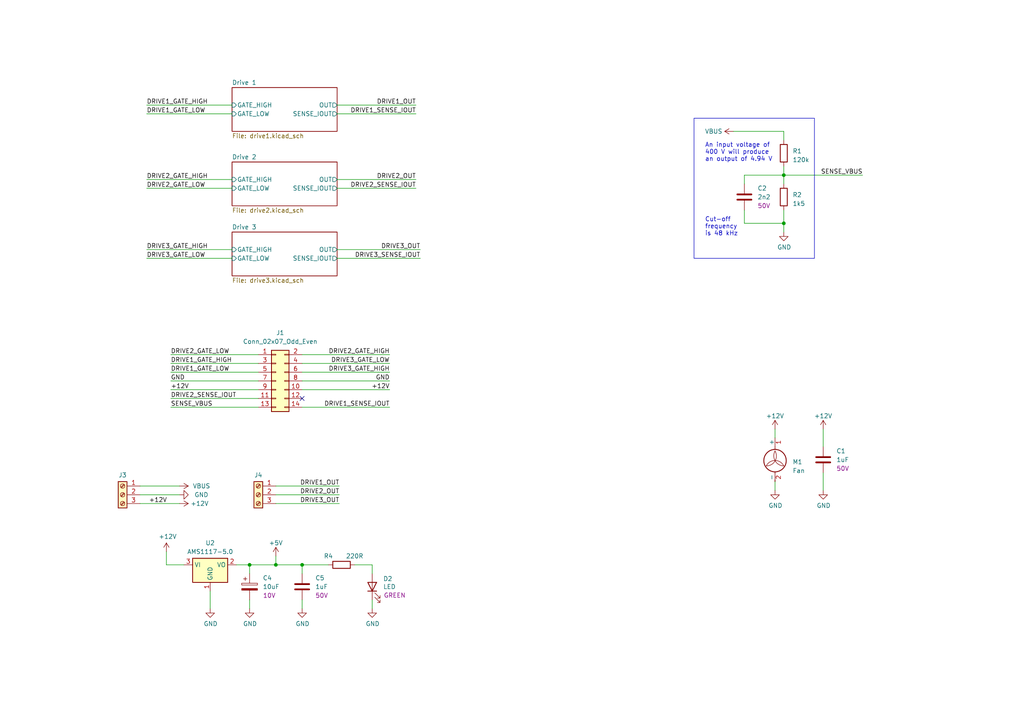
<source format=kicad_sch>
(kicad_sch (version 20230121) (generator eeschema)
  (paper "A4")
  (title_block (title "POWER INVERTER") (rev "REV1") (company "INSTITUTO TECNOLOGICO DE AERONAUTICA - ITA") (comment 1 "PROF. JOSE ROBERTO COLOMBO JUNIOR"))
  (lib_symbols
    (symbol "Connector:Screw_Terminal_01x03" (pin_names (offset 1.016) hide)
      (property "Reference" "J" (at 0 5.08 0))
      (property "Value" "Screw_Terminal_01x03" (at 0 -5.08 0))
      (symbol "Screw_Terminal_01x03_1_1"
        (rectangle (start -1.27 3.81) (end 1.27 -3.81) (stroke (width 0.254)) (fill (type background)))
        (circle (center 0 -2.54) (radius 0.635) (stroke (width 0.1524)))
        (polyline (pts (xy -0.5334 -2.2098) (xy 0.3302 -3.048)) (stroke (width 0.1524)))
        (polyline (pts (xy -0.5334 0.3302) (xy 0.3302 -0.508)) (stroke (width 0.1524)))
        (polyline (pts (xy -0.5334 2.8702) (xy 0.3302 2.032)) (stroke (width 0.1524)))
        (polyline (pts (xy -0.3556 -2.032) (xy 0.508 -2.8702)) (stroke (width 0.1524)))
        (polyline (pts (xy -0.3556 0.508) (xy 0.508 -0.3302)) (stroke (width 0.1524)))
        (polyline (pts (xy -0.3556 3.048) (xy 0.508 2.2098)) (stroke (width 0.1524)))
        (circle (center 0 0) (radius 0.635) (stroke (width 0.1524)))
        (circle (center 0 2.54) (radius 0.635) (stroke (width 0.1524)))
        (pin passive line (at -5.08 2.54 0) (length 3.81) (name "Pin_1") (number "1"))
        (pin passive line (at -5.08 0 0) (length 3.81) (name "Pin_2") (number "2"))
        (pin passive line (at -5.08 -2.54 0) (length 3.81) (name "Pin_3") (number "3"))
      )
    )
    (symbol "Connector_Generic:Conn_02x07_Odd_Even" (pin_names (offset 1.016) hide)
      (property "Reference" "J" (at 1.27 10.16 0))
      (property "Value" "Conn_02x07_Odd_Even" (at 1.27 -10.16 0))
      (symbol "Conn_02x07_Odd_Even_1_1"
        (rectangle (start -1.27 -7.493) (end 0 -7.747) (stroke (width 0.1524)))
        (rectangle (start -1.27 -4.953) (end 0 -5.207) (stroke (width 0.1524)))
        (rectangle (start -1.27 -2.413) (end 0 -2.667) (stroke (width 0.1524)))
        (rectangle (start -1.27 0.127) (end 0 -0.127) (stroke (width 0.1524)))
        (rectangle (start -1.27 2.667) (end 0 2.413) (stroke (width 0.1524)))
        (rectangle (start -1.27 5.207) (end 0 4.953) (stroke (width 0.1524)))
        (rectangle (start -1.27 7.747) (end 0 7.493) (stroke (width 0.1524)))
        (rectangle (start -1.27 8.89) (end 3.81 -8.89) (stroke (width 0.254)) (fill (type background)))
        (rectangle (start 3.81 -7.493) (end 2.54 -7.747) (stroke (width 0.1524)))
        (rectangle (start 3.81 -4.953) (end 2.54 -5.207) (stroke (width 0.1524)))
        (rectangle (start 3.81 -2.413) (end 2.54 -2.667) (stroke (width 0.1524)))
        (rectangle (start 3.81 0.127) (end 2.54 -0.127) (stroke (width 0.1524)))
        (rectangle (start 3.81 2.667) (end 2.54 2.413) (stroke (width 0.1524)))
        (rectangle (start 3.81 5.207) (end 2.54 4.953) (stroke (width 0.1524)))
        (rectangle (start 3.81 7.747) (end 2.54 7.493) (stroke (width 0.1524)))
        (pin passive line (at -5.08 7.62 0) (length 3.81) (name "Pin_1") (number "1"))
        (pin passive line (at 7.62 -2.54 180) (length 3.81) (name "Pin_10") (number "10"))
        (pin passive line (at -5.08 -5.08 0) (length 3.81) (name "Pin_11") (number "11"))
        (pin passive line (at 7.62 -5.08 180) (length 3.81) (name "Pin_12") (number "12"))
        (pin passive line (at -5.08 -7.62 0) (length 3.81) (name "Pin_13") (number "13"))
        (pin passive line (at 7.62 -7.62 180) (length 3.81) (name "Pin_14") (number "14"))
        (pin passive line (at 7.62 7.62 180) (length 3.81) (name "Pin_2") (number "2"))
        (pin passive line (at -5.08 5.08 0) (length 3.81) (name "Pin_3") (number "3"))
        (pin passive line (at 7.62 5.08 180) (length 3.81) (name "Pin_4") (number "4"))
        (pin passive line (at -5.08 2.54 0) (length 3.81) (name "Pin_5") (number "5"))
        (pin passive line (at 7.62 2.54 180) (length 3.81) (name "Pin_6") (number "6"))
        (pin passive line (at -5.08 0 0) (length 3.81) (name "Pin_7") (number "7"))
        (pin passive line (at 7.62 0 180) (length 3.81) (name "Pin_8") (number "8"))
        (pin passive line (at -5.08 -2.54 0) (length 3.81) (name "Pin_9") (number "9"))
      )
    )
    (symbol "Device:C" (pin_numbers hide) (pin_names (offset 0.254))
      (property "Reference" "C" (at 0.635 2.54 0))
      (property "Value" "C" (at 0.635 -2.54 0))
      (symbol "C_0_1"
        (polyline (pts (xy -2.032 -0.762) (xy 2.032 -0.762)) (stroke (width 0.508)))
        (polyline (pts (xy -2.032 0.762) (xy 2.032 0.762)) (stroke (width 0.508)))
      )
      (symbol "C_1_1"
        (pin passive line (at 0 3.81 270) (length 2.794) (name "~") (number "1"))
        (pin passive line (at 0 -3.81 90) (length 2.794) (name "~") (number "2"))
      )
    )
    (symbol "Device:C_Polarized" (pin_numbers hide) (pin_names (offset 0.254))
      (property "Reference" "C" (at 0.635 2.54 0))
      (property "Value" "C_Polarized" (at 0.635 -2.54 0))
      (symbol "C_Polarized_0_1"
        (rectangle (start -2.286 0.508) (end 2.286 1.016))
        (polyline (pts (xy -1.778 2.286) (xy -0.762 2.286)))
        (polyline (pts (xy -1.27 2.794) (xy -1.27 1.778)))
        (rectangle (start 2.286 -0.508) (end -2.286 -1.016) (fill (type outline)))
      )
      (symbol "C_Polarized_1_1"
        (pin passive line (at 0 3.81 270) (length 2.794) (name "~") (number "1"))
        (pin passive line (at 0 -3.81 90) (length 2.794) (name "~") (number "2"))
      )
    )
    (symbol "Device:LED" (pin_numbers hide) (pin_names (offset 1.016) hide)
      (property "Reference" "D" (at 0 2.54 0))
      (property "Value" "LED" (at 0 -2.54 0))
      (symbol "LED_0_1"
        (polyline (pts (xy -1.27 -1.27) (xy -1.27 1.27)) (stroke (width 0.254)))
        (polyline (pts (xy -1.27 0) (xy 1.27 0)))
        (polyline (pts (xy 1.27 -1.27) (xy 1.27 1.27) (xy -1.27 0) (xy 1.27 -1.27)) (stroke (width 0.254)))
        (polyline (pts (xy -3.048 -0.762) (xy -4.572 -2.286) (xy -3.81 -2.286) (xy -4.572 -2.286) (xy -4.572 -1.524)))
        (polyline (pts (xy -1.778 -0.762) (xy -3.302 -2.286) (xy -2.54 -2.286) (xy -3.302 -2.286) (xy -3.302 -1.524)))
      )
      (symbol "LED_1_1"
        (pin passive line (at -3.81 0 0) (length 2.54) (name "K") (number "1"))
        (pin passive line (at 3.81 0 180) (length 2.54) (name "A") (number "2"))
      )
    )
    (symbol "Device:R" (pin_numbers hide) (pin_names (offset 0))
      (property "Reference" "R" (at 2.032 0 90))
      (property "Value" "R" (at 0 0 90))
      (symbol "R_0_1"
        (rectangle (start -1.016 -2.54) (end 1.016 2.54) (stroke (width 0.254)))
      )
      (symbol "R_1_1"
        (pin passive line (at 0 3.81 270) (length 1.27) (name "~") (number "1"))
        (pin passive line (at 0 -3.81 90) (length 1.27) (name "~") (number "2"))
      )
    )
    (symbol "Motor:Fan" (pin_names (offset 0))
      (property "Reference" "M" (at 2.54 5.08 0))
      (property "Value" "Fan" (at 2.54 -2.54 0))
      (symbol "Fan_0_1"
        (arc (start -2.54 -0.508) (mid 0.0028 0.9121) (end 0 3.81))
        (polyline (pts (xy 0 -5.08) (xy 0 -4.572)))
        (polyline (pts (xy 0 -2.2352) (xy 0 -2.6416)))
        (polyline (pts (xy 0 4.2672) (xy 0 4.6228)))
        (polyline (pts (xy 0 4.572) (xy 0 5.08)))
        (circle (center 0 1.016) (radius 3.2512) (stroke (width 0.254)))
        (arc (start 0 3.81) (mid 0.053 0.921) (end 2.54 -0.508))
        (arc (start 2.54 -0.508) (mid 0 1.0618) (end -2.54 -0.508))
      )
      (symbol "Fan_1_1"
        (pin passive line (at 0 7.62 270) (length 2.54) (name "+") (number "1"))
        (pin passive line (at 0 -5.08 90) (length 2.54) (name "-") (number "2"))
      )
    )
    (symbol "Regulator_Linear:AMS1117-5.0"
      (property "Reference" "U" (at -3.81 3.175 0))
      (property "Value" "AMS1117-5.0" (at 0 3.175 0))
      (symbol "AMS1117-5.0_0_1"
        (rectangle (start -5.08 -5.08) (end 5.08 1.905) (stroke (width 0.254)) (fill (type background)))
      )
      (symbol "AMS1117-5.0_1_1"
        (pin power_in line (at 0 -7.62 90) (length 2.54) (name "GND") (number "1"))
        (pin power_out line (at 7.62 0 180) (length 2.54) (name "VO") (number "2"))
        (pin power_in line (at -7.62 0 0) (length 2.54) (name "VI") (number "3"))
      )
    )
    (symbol "power:+12V" (power) (pin_names (offset 0))
      (property "Value" "+12V" (at 0 3.556 0))
      (symbol "+12V_0_1"
        (polyline (pts (xy -0.762 1.27) (xy 0 2.54)))
        (polyline (pts (xy 0 0) (xy 0 2.54)))
        (polyline (pts (xy 0 2.54) (xy 0.762 1.27)))
      )
      (symbol "+12V_1_1"
        (pin power_in line (at 0 0 90) (length 0) hide (name "+12V") (number "1"))
      )
    )
    (symbol "power:+5V" (power) (pin_names (offset 0))
      (property "Value" "+5V" (at 0 3.556 0))
      (symbol "+5V_0_1"
        (polyline (pts (xy -0.762 1.27) (xy 0 2.54)))
        (polyline (pts (xy 0 0) (xy 0 2.54)))
        (polyline (pts (xy 0 2.54) (xy 0.762 1.27)))
      )
      (symbol "+5V_1_1"
        (pin power_in line (at 0 0 90) (length 0) hide (name "+5V") (number "1"))
      )
    )
    (symbol "power:GND" (power) (pin_names (offset 0))
      (property "Value" "GND" (at 0 -3.81 0))
      (symbol "GND_0_1"
        (polyline (pts (xy 0 0) (xy 0 -1.27) (xy 1.27 -1.27) (xy 0 -2.54) (xy -1.27 -1.27) (xy 0 -1.27)))
      )
      (symbol "GND_1_1"
        (pin power_in line (at 0 0 270) (length 0) hide (name "GND") (number "1"))
      )
    )
    (symbol "power:VBUS" (power) (pin_names (offset 0))
      (property "Value" "VBUS" (at 0 3.81 0))
      (symbol "VBUS_0_1"
        (polyline (pts (xy -0.762 1.27) (xy 0 2.54)))
        (polyline (pts (xy 0 0) (xy 0 2.54)))
        (polyline (pts (xy 0 2.54) (xy 0.762 1.27)))
      )
      (symbol "VBUS_1_1"
        (pin power_in line (at 0 0 90) (length 0) hide (name "VBUS") (number "1"))
      )
    )
  )
  (junction (at 227.33 64.77))
  (junction (at 87.63 163.83))
  (junction (at 80.01 163.83))
  (junction (at 72.39 163.83))
  (junction (at 227.33 50.8))
  (no_connect (at 87.63 115.57))
  (wire (pts (xy 42.545 54.61) (xy 67.31 54.61)))
  (wire (pts (xy 87.63 163.83) (xy 87.63 166.37)))
  (wire (pts (xy 80.01 140.97) (xy 98.425 140.97)))
  (wire (pts (xy 72.39 173.99) (xy 72.39 176.53)))
  (wire (pts (xy 74.93 102.87) (xy 49.53 102.87)))
  (wire (pts (xy 42.545 74.93) (xy 67.31 74.93)))
  (wire (pts (xy 107.95 173.99) (xy 107.95 176.53)))
  (wire (pts (xy 40.64 146.05) (xy 52.07 146.05)))
  (wire (pts (xy 227.33 60.96) (xy 227.33 64.77)))
  (wire (pts (xy 212.725 38.1) (xy 227.33 38.1)))
  (wire (pts (xy 49.53 107.95) (xy 74.93 107.95)))
  (wire (pts (xy 113.03 105.41) (xy 87.63 105.41)))
  (wire (pts (xy 74.93 110.49) (xy 49.53 110.49)))
  (wire (pts (xy 227.33 50.8) (xy 227.33 53.34)))
  (wire (pts (xy 74.93 115.57) (xy 49.53 115.57)))
  (wire (pts (xy 42.545 30.48) (xy 67.31 30.48)))
  (wire (pts (xy 215.9 60.96) (xy 215.9 64.77)))
  (wire (pts (xy 48.26 160.02) (xy 48.26 163.83)))
  (wire (pts (xy 102.87 163.83) (xy 107.95 163.83)))
  (wire (pts (xy 87.63 102.87) (xy 113.03 102.87)))
  (wire (pts (xy 68.58 163.83) (xy 72.39 163.83)))
  (wire (pts (xy 113.03 107.95) (xy 87.63 107.95)))
  (wire (pts (xy 224.79 124.46) (xy 224.79 127)))
  (wire (pts (xy 87.63 173.99) (xy 87.63 176.53)))
  (wire (pts (xy 238.76 124.46) (xy 238.76 129.54)))
  (wire (pts (xy 107.95 163.83) (xy 107.95 166.37)))
  (wire (pts (xy 60.96 171.45) (xy 60.96 176.53)))
  (wire (pts (xy 72.39 163.83) (xy 80.01 163.83)))
  (wire (pts (xy 87.63 118.11) (xy 113.03 118.11)))
  (wire (pts (xy 80.01 143.51) (xy 98.425 143.51)))
  (wire (pts (xy 80.01 146.05) (xy 98.425 146.05)))
  (wire (pts (xy 87.63 110.49) (xy 113.03 110.49)))
  (wire (pts (xy 238.76 137.16) (xy 238.76 142.24)))
  (wire (pts (xy 97.79 54.61) (xy 120.65 54.61)))
  (wire (pts (xy 42.545 52.07) (xy 67.31 52.07)))
  (wire (pts (xy 227.33 50.8) (xy 250.19 50.8)))
  (wire (pts (xy 72.39 163.83) (xy 72.39 166.37)))
  (wire (pts (xy 97.79 52.07) (xy 120.65 52.07)))
  (wire (pts (xy 87.63 163.83) (xy 95.25 163.83)))
  (wire (pts (xy 80.01 161.29) (xy 80.01 163.83)))
  (wire (pts (xy 87.63 113.03) (xy 113.03 113.03)))
  (wire (pts (xy 74.93 113.03) (xy 49.53 113.03)))
  (wire (pts (xy 227.33 48.26) (xy 227.33 50.8)))
  (wire (pts (xy 74.93 118.11) (xy 49.53 118.11)))
  (wire (pts (xy 215.9 50.8) (xy 227.33 50.8)))
  (wire (pts (xy 48.26 163.83) (xy 53.34 163.83)))
  (wire (pts (xy 40.64 140.97) (xy 52.07 140.97)))
  (wire (pts (xy 97.79 30.48) (xy 120.65 30.48)))
  (wire (pts (xy 80.01 163.83) (xy 87.63 163.83)))
  (wire (pts (xy 224.79 139.7) (xy 224.79 142.24)))
  (wire (pts (xy 215.9 64.77) (xy 227.33 64.77)))
  (wire (pts (xy 49.53 105.41) (xy 74.93 105.41)))
  (wire (pts (xy 42.545 72.39) (xy 67.31 72.39)))
  (wire (pts (xy 227.33 64.77) (xy 227.33 67.31)))
  (wire (pts (xy 227.33 38.1) (xy 227.33 40.64)))
  (wire (pts (xy 40.64 143.51) (xy 52.07 143.51)))
  (wire (pts (xy 97.79 72.39) (xy 121.92 72.39)))
  (wire (pts (xy 97.79 74.93) (xy 121.92 74.93)))
  (wire (pts (xy 42.545 33.02) (xy 67.31 33.02)))
  (wire (pts (xy 215.9 50.8) (xy 215.9 53.34)))
  (wire (pts (xy 97.79 33.02) (xy 120.65 33.02)))
  (rectangle (start 201.295 34.29) (end 236.22 74.93))
  (text "An input voltage of\n400 V will produce \nan output of 4.94 V" (at 204.47 46.99 0) (effects (font (size 1.27 1.27)) (justify left bottom)))
  (text "Cut-off \nfrequency\nis 48 kHz" (at 204.47 68.58 0) (effects (font (size 1.27 1.27)) (justify left bottom)))
  (label "DRIVE1_GATE_HIGH" (at 49.53 105.41 0))
  (label "SENSE_VBUS" (at 250.19 50.8 180))
  (label "GND" (at 49.53 110.49 0))
  (label "SENSE_VBUS" (at 49.53 118.11 0))
  (label "DRIVE3_GATE_HIGH" (at 113.03 107.95 180))
  (label "DRIVE1_OUT" (at 98.425 140.97 180))
  (label "DRIVE2_OUT" (at 98.425 143.51 180))
  (label "DRIVE1_SENSE_IOUT" (at 120.65 33.02 180))
  (label "GND" (at 113.03 110.49 180))
  (label "DRIVE1_GATE_HIGH" (at 42.545 30.48 0))
  (label "DRIVE2_GATE_LOW" (at 42.545 54.61 0))
  (label "DRIVE1_GATE_LOW" (at 49.53 107.95 0))
  (label "DRIVE1_OUT" (at 120.65 30.48 180))
  (label "DRIVE3_GATE_LOW" (at 113.03 105.41 180))
  (label "DRIVE2_OUT" (at 120.65 52.07 180))
  (label "+12V" (at 113.03 113.03 180))
  (label "DRIVE2_SENSE_IOUT" (at 49.53 115.57 0))
  (label "+12V" (at 43.18 146.05 0))
  (label "DRIVE2_SENSE_IOUT" (at 120.65 54.61 180))
  (label "DRIVE3_OUT" (at 121.92 72.39 180))
  (label "DRIVE3_SENSE_IOUT" (at 121.92 74.93 180))
  (label "DRIVE2_GATE_HIGH" (at 42.545 52.07 0))
  (label "DRIVE3_GATE_LOW" (at 42.545 74.93 0))
  (label "DRIVE2_GATE_LOW" (at 49.53 102.87 0))
  (label "DRIVE3_OUT" (at 98.425 146.05 180))
  (label "+12V" (at 49.53 113.03 0))
  (label "DRIVE1_SENSE_IOUT" (at 113.03 118.11 180))
  (label "DRIVE2_GATE_HIGH" (at 113.03 102.87 180))
  (label "DRIVE1_GATE_LOW" (at 42.545 33.02 0))
  (label "DRIVE3_GATE_HIGH" (at 42.545 72.39 0))
  (symbol (lib_id "Device:LED") (at 107.95 170.18 90) (unit 1)
    (property "Reference" "D2" (at 111.125 167.8686 90) (effects (justify right)))
    (property "Value" "LED" (at 111.125 170.18 90) (effects (justify right)))
    (property "Footprint" "LED_SMD:LED_1206_3216Metric_Pad1.42x1.75mm_HandSolder" (effects hide))
    (property "Color" "GREEN" (at 114.4778 172.6692 90))
  )
  (symbol (lib_id "power:GND") (at 107.95 176.53 0) (unit 1)
    (property "Reference" "#PWR022" (effects hide))
    (property "Value" "GND" (at 108.077 180.9242 0))
  )
  (symbol (lib_id "Device:R") (at 99.06 163.83 270) (unit 1)
    (property "Reference" "R4" (at 95.25 161.29 90))
    (property "Value" "220R" (at 102.87 161.29 90))
    (property "Footprint" "Resistor_SMD:R_1206_3216Metric_Pad1.30x1.75mm_HandSolder" (effects hide))
  )
  (symbol (lib_id "power:GND") (at 238.76 142.24 0) (unit 1)
    (property "Reference" "#PWR015" (effects hide))
    (property "Value" "GND" (at 238.887 146.6342 0))
  )
  (symbol (lib_id "Device:C") (at 87.63 170.18 0) (unit 1)
    (property "Reference" "C5" (at 91.44 167.64 0) (effects (justify left)))
    (property "Value" "1uF" (at 91.44 170.18 0) (effects (justify left)))
    (property "Footprint" "Capacitor_SMD:C_1206_3216Metric_Pad1.33x1.80mm_HandSolder" (effects hide))
    (property "Voltage" "50V" (at 91.44 172.72 0) (effects (justify left)))
  )
  (symbol (lib_id "power:+5V") (at 80.01 161.29 0) (unit 1)
    (property "Reference" "#PWR013" (effects hide))
    (property "Value" "+5V" (at 80.01 157.48 0))
  )
  (symbol (lib_id "power:GND") (at 52.07 143.51 90) (unit 1)
    (property "Reference" "#PWR09" (effects hide))
    (property "Value" "GND" (at 58.42 143.51 90))
  )
  (symbol (lib_id "power:+12V") (at 48.26 160.02 0) (unit 1)
    (property "Reference" "#PWR012" (effects hide))
    (property "Value" "+12V" (at 48.641 155.6258 0))
  )
  (symbol (lib_id "power:VBUS") (at 52.07 140.97 270) (unit 1)
    (property "Reference" "#PWR07" (effects hide))
    (property "Value" "VBUS" (at 55.88 140.97 90) (effects (justify left)))
  )
  (symbol (lib_id "Connector:Screw_Terminal_01x03") (at 74.93 143.51 0) (mirror y) (unit 1)
    (property "Reference" "J4" (at 74.93 137.795 0))
    (property "Value" "Screw_Terminal_01x03" (effects hide))
    (property "Footprint" "TerminalBlock_Phoenix:TerminalBlock_Phoenix_MKDS-1,5-3_1x03_P5.00mm_Horizontal" (effects hide))
  )
  (symbol (lib_id "power:+12V") (at 224.79 124.46 0) (unit 1)
    (property "Reference" "#PWR04" (effects hide))
    (property "Value" "+12V" (at 224.79 120.65 0))
  )
  (symbol (lib_id "power:GND") (at 72.39 176.53 0) (unit 1)
    (property "Reference" "#PWR018" (effects hide))
    (property "Value" "GND" (at 72.517 180.9242 0))
  )
  (symbol (lib_id "Device:C_Polarized") (at 72.39 170.18 0) (unit 1)
    (property "Reference" "C4" (at 76.2 167.64 0) (effects (justify left)))
    (property "Value" "10uF" (at 76.2 170.18 0) (effects (justify left)))
    (property "Footprint" "Capacitor_Tantalum_SMD:CP_EIA-3216-18_Kemet-A" (effects hide))
    (property "Voltage" "10V" (at 78.105 172.72 0))
  )
  (symbol (lib_id "power:GND") (at 87.63 176.53 0) (unit 1)
    (property "Reference" "#PWR019" (effects hide))
    (property "Value" "GND" (at 87.757 180.9242 0))
  )
  (symbol (lib_id "power:VBUS") (at 212.725 38.1 90) (unit 1)
    (property "Reference" "#PWR03" (effects hide))
    (property "Value" "VBUS" (at 209.55 38.1 90) (effects (justify left)))
  )
  (symbol (lib_id "Regulator_Linear:AMS1117-5.0") (at 60.96 163.83 0) (unit 1)
    (property "Reference" "U2" (at 60.96 157.48 0))
    (property "Value" "AMS1117-5.0" (at 60.96 160.02 0))
    (property "Footprint" "Package_TO_SOT_SMD:SOT-223-3_TabPin2" (effects hide))
    (property "Datasheet" "http://www.advanced-monolithic.com/pdf/ds1117.pdf" (effects hide))
  )
  (symbol (lib_id "power:GND") (at 224.79 142.24 0) (unit 1)
    (property "Reference" "#PWR06" (effects hide))
    (property "Value" "GND" (at 224.917 146.6342 0))
  )
  (symbol (lib_id "power:GND") (at 227.33 67.31 0) (unit 1)
    (property "Reference" "#PWR05" (effects hide))
    (property "Value" "GND" (at 227.457 71.7042 0))
  )
  (symbol (lib_id "Connector_Generic:Conn_02x07_Odd_Even") (at 80.01 110.49 0) (unit 1)
    (property "Reference" "J1" (at 81.28 96.52 0))
    (property "Value" "Conn_02x07_Odd_Even" (at 81.28 99.06 0))
    (property "Footprint" "Connector_IDC:IDC-Header_2x07_P2.54mm_Vertical" (effects hide))
  )
  (symbol (lib_id "power:GND") (at 60.96 176.53 0) (unit 1)
    (property "Reference" "#PWR017" (effects hide))
    (property "Value" "GND" (at 61.087 180.9242 0))
  )
  (symbol (lib_id "power:+12V") (at 238.76 124.46 0) (unit 1)
    (property "Reference" "#PWR010" (effects hide))
    (property "Value" "+12V" (at 238.76 120.65 0))
  )
  (symbol (lib_id "Device:R") (at 227.33 57.15 0) (unit 1)
    (property "Reference" "R2" (at 229.87 56.515 0) (effects (justify left)))
    (property "Value" "1k5" (at 229.87 59.055 0) (effects (justify left)))
    (property "Footprint" "Resistor_SMD:R_1206_3216Metric_Pad1.30x1.75mm_HandSolder" (effects hide))
  )
  (symbol (lib_id "Device:C") (at 238.76 133.35 0) (unit 1)
    (property "Reference" "C1" (at 242.57 130.81 0) (effects (justify left)))
    (property "Value" "1uF" (at 242.57 133.35 0) (effects (justify left)))
    (property "Footprint" "Capacitor_SMD:C_1206_3216Metric_Pad1.33x1.80mm_HandSolder" (effects hide))
    (property "Voltage" "50V" (at 242.57 135.89 0) (effects (justify left)))
  )
  (symbol (lib_id "Device:C") (at 215.9 57.15 0) (unit 1)
    (property "Reference" "C2" (at 219.71 54.61 0) (effects (justify left)))
    (property "Value" "2n2" (at 219.71 57.15 0) (effects (justify left)))
    (property "Footprint" "Capacitor_SMD:C_1206_3216Metric" (effects hide))
    (property "Voltage" "50V" (at 219.71 59.69 0) (effects (justify left)))
  )
  (symbol (lib_id "Motor:Fan") (at 224.79 134.62 0) (unit 1)
    (property "Reference" "M1" (at 229.87 133.985 0) (effects (justify left)))
    (property "Value" "Fan" (at 229.87 136.525 0) (effects (justify left)))
    (property "Footprint" "Connector_JST:JST_XH_B2B-XH-A_1x02_P2.50mm_Vertical" (effects hide))
  )
  (symbol (lib_id "Device:R") (at 227.33 44.45 0) (unit 1)
    (property "Reference" "R1" (at 229.87 43.815 0) (effects (justify left)))
    (property "Value" "120k" (at 229.87 46.355 0) (effects (justify left)))
    (property "Footprint" "Resistor_SMD:R_1206_3216Metric_Pad1.30x1.75mm_HandSolder" (effects hide))
  )
  (symbol (lib_id "Connector:Screw_Terminal_01x03") (at 35.56 143.51 0) (mirror y) (unit 1)
    (property "Reference" "J3" (at 35.56 137.795 0))
    (property "Value" "Screw_Terminal_01x03" (effects hide))
    (property "Footprint" "TerminalBlock_Phoenix:TerminalBlock_Phoenix_MKDS-1,5-3_1x03_P5.00mm_Horizontal" (effects hide))
  )
  (symbol (lib_id "power:+12V") (at 52.07 146.05 270) (unit 1)
    (property "Reference" "#PWR08" (effects hide))
    (property "Value" "+12V" (at 55.245 146.05 90) (effects (justify left)))
  )
  (sheet (at 67.31 25.4) (size 30.48 12.7) (stroke (width 0.1524))
    (property "Sheetname" "Drive 1" (at 67.31 24.6884 0) (effects (justify left bottom)))
    (property "Sheetfile" "drive1.kicad_sch" (at 67.31 38.6846 0) (effects (justify left top)))
    (pin "GATE_HIGH" input (at 67.31 30.48 180))
    (pin "GATE_LOW" input (at 67.31 33.02 180))
    (pin "SENSE_IOUT" output (at 97.79 33.02 0))
    (pin "OUT" output (at 97.79 30.48 0))
  )
  (sheet (at 67.31 46.99) (size 30.48 12.7) (stroke (width 0.1524))
    (property "Sheetname" "Drive 2" (at 67.31 46.2784 0) (effects (justify left bottom)))
    (property "Sheetfile" "drive2.kicad_sch" (at 67.31 60.2746 0) (effects (justify left top)))
    (pin "GATE_HIGH" input (at 67.31 52.07 180))
    (pin "GATE_LOW" input (at 67.31 54.61 180))
    (pin "SENSE_IOUT" output (at 97.79 54.61 0))
    (pin "OUT" output (at 97.79 52.07 0))
  )
  (sheet (at 67.31 67.31) (size 30.48 12.7) (stroke (width 0.1524))
    (property "Sheetname" "Drive 3" (at 67.31 66.5984 0) (effects (justify left bottom)))
    (property "Sheetfile" "drive3.kicad_sch" (at 67.31 80.5946 0) (effects (justify left top)))
    (pin "GATE_HIGH" input (at 67.31 72.39 180))
    (pin "GATE_LOW" input (at 67.31 74.93 180))
    (pin "SENSE_IOUT" output (at 97.79 74.93 0))
    (pin "OUT" output (at 97.79 72.39 0))
  )
)
</source>
